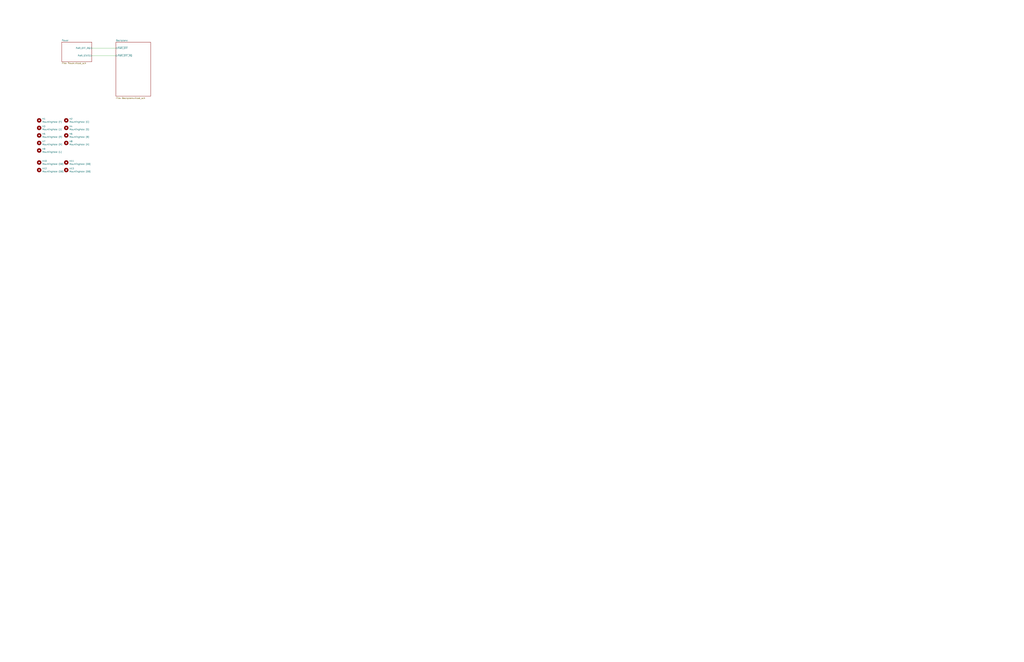
<source format=kicad_sch>
(kicad_sch (version 20250114) (generator "eeschema") (generator_version "9.0")
  (paper "D")
  (lib_symbols
    (symbol "Mechanical:MountingHole" (pin_names (offset 1.016)) (in_bom no)
      (property "Reference" "H" (at 0 5.08 0))
      (property "Value" "MountingHole" (at 0 3.175 0))
      (symbol "MountingHole_0_1"
        (circle (center 0 0) (radius 1.27) (stroke (width 1.27)))
      )
    )
  )
  (wire (pts (xy 77.47 40.64) (xy 97.79 40.64)))
  (wire (pts (xy 77.47 46.99) (xy 97.79 46.99)))
  (symbol (lib_id "Mechanical:MountingHole") (at 55.88 143.51 0) (unit 1) (in_bom no)
    (property "Reference" "H13" (at 58.42 142.2399 0) (effects (justify left)))
    (property "Value" "MountingHole (DB)" (at 58.42 144.7799 0) (effects (justify left)))
    (property "Footprint" "MountingHole:MountingHole_3.2mm_M3_Pad_Via" (effects (hide yes)))
    (property "Description" "Mounting Hole without connection" (effects (hide yes)))
  )
  (symbol (lib_id "Mechanical:MountingHole") (at 33.02 127 0) (unit 1) (in_bom no)
    (property "Reference" "H9" (at 35.56 125.7299 0) (effects (justify left)))
    (property "Value" "MountingHole (L)" (at 35.56 128.2699 0) (effects (justify left)))
    (property "Footprint" "MountingHole:MountingHole_3.2mm_M3_Pad_Via" (effects (hide yes)))
    (property "Description" "Mounting Hole without connection" (effects (hide yes)))
  )
  (symbol (lib_id "Mechanical:MountingHole") (at 33.02 107.95 0) (unit 1) (in_bom no)
    (property "Reference" "H3" (at 35.56 106.6799 0) (effects (justify left)))
    (property "Value" "MountingHole (J)" (at 35.56 109.2199 0) (effects (justify left)))
    (property "Footprint" "MountingHole:MountingHole_3.2mm_M3_Pad_Via" (effects (hide yes)))
    (property "Description" "Mounting Hole without connection" (effects (hide yes)))
  )
  (symbol (lib_id "Mechanical:MountingHole") (at 33.02 137.16 0) (unit 1) (in_bom no)
    (property "Reference" "H10" (at 35.56 135.8899 0) (effects (justify left)))
    (property "Value" "MountingHole (DB)" (at 35.56 138.4299 0) (effects (justify left)))
    (property "Footprint" "MountingHole:MountingHole_3.2mm_M3_Pad_Via" (effects (hide yes)))
    (property "Description" "Mounting Hole without connection" (effects (hide yes)))
  )
  (symbol (lib_id "Mechanical:MountingHole") (at 33.02 114.3 0) (unit 1) (in_bom no)
    (property "Reference" "H5" (at 35.56 113.0299 0) (effects (justify left)))
    (property "Value" "MountingHole (R)" (at 35.56 115.5699 0) (effects (justify left)))
    (property "Footprint" "MountingHole:MountingHole_3.2mm_M3_Pad_Via" (effects (hide yes)))
    (property "Description" "Mounting Hole without connection" (effects (hide yes)))
  )
  (symbol (lib_id "Mechanical:MountingHole") (at 55.88 107.95 0) (unit 1) (in_bom no)
    (property "Reference" "H4" (at 58.42 106.6799 0) (effects (justify left)))
    (property "Value" "MountingHole (S)" (at 58.42 109.2199 0) (effects (justify left)))
    (property "Footprint" "MountingHole:MountingHole_3.2mm_M3_Pad_Via" (effects (hide yes)))
    (property "Description" "Mounting Hole without connection" (effects (hide yes)))
  )
  (symbol (lib_id "Mechanical:MountingHole") (at 55.88 137.16 0) (unit 1) (in_bom no)
    (property "Reference" "H11" (at 58.42 135.8899 0) (effects (justify left)))
    (property "Value" "MountingHole (DB)" (at 58.42 138.4299 0) (effects (justify left)))
    (property "Footprint" "MountingHole:MountingHole_3.2mm_M3_Pad_Via" (effects (hide yes)))
    (property "Description" "Mounting Hole without connection" (effects (hide yes)))
  )
  (symbol (lib_id "Mechanical:MountingHole") (at 55.88 101.6 0) (unit 1) (in_bom no)
    (property "Reference" "H2" (at 58.42 100.3299 0) (effects (justify left)))
    (property "Value" "MountingHole (C)" (at 58.42 102.8699 0) (effects (justify left)))
    (property "Footprint" "MountingHole:MountingHole_3.2mm_M3_Pad_Via" (effects (hide yes)))
    (property "Description" "Mounting Hole without connection" (effects (hide yes)))
  )
  (symbol (lib_id "Mechanical:MountingHole") (at 33.02 120.65 0) (unit 1) (in_bom no)
    (property "Reference" "H7" (at 35.56 119.3799 0) (effects (justify left)))
    (property "Value" "MountingHole (M)" (at 35.56 121.9199 0) (effects (justify left)))
    (property "Footprint" "MountingHole:MountingHole_3.2mm_M3_Pad_Via" (effects (hide yes)))
    (property "Description" "Mounting Hole without connection" (effects (hide yes)))
  )
  (symbol (lib_id "Mechanical:MountingHole") (at 55.88 120.65 0) (unit 1) (in_bom no)
    (property "Reference" "H8" (at 58.42 119.3799 0) (effects (justify left)))
    (property "Value" "MountingHole (H)" (at 58.42 121.9199 0) (effects (justify left)))
    (property "Footprint" "MountingHole:MountingHole_3.2mm_M3_Pad_Via" (effects (hide yes)))
    (property "Description" "Mounting Hole without connection" (effects (hide yes)))
  )
  (symbol (lib_id "Mechanical:MountingHole") (at 55.88 114.3 0) (unit 1) (in_bom no)
    (property "Reference" "H6" (at 58.42 113.0299 0) (effects (justify left)))
    (property "Value" "MountingHole (B)" (at 58.42 115.5699 0) (effects (justify left)))
    (property "Footprint" "MountingHole:MountingHole_3.2mm_M3_Pad_Via" (effects (hide yes)))
    (property "Description" "Mounting Hole without connection" (effects (hide yes)))
  )
  (symbol (lib_id "Mechanical:MountingHole") (at 33.02 101.6 0) (unit 1) (in_bom no)
    (property "Reference" "H1" (at 35.56 100.3299 0) (effects (justify left)))
    (property "Value" "MountingHole (F)" (at 35.56 102.8699 0) (effects (justify left)))
    (property "Footprint" "MountingHole:MountingHole_3.2mm_M3_Pad_Via" (effects (hide yes)))
    (property "Description" "Mounting Hole without connection" (effects (hide yes)))
  )
  (symbol (lib_id "Mechanical:MountingHole") (at 33.02 143.51 0) (unit 1) (in_bom no)
    (property "Reference" "H12" (at 35.56 142.2399 0) (effects (justify left)))
    (property "Value" "MountingHole (DB)" (at 35.56 144.7799 0) (effects (justify left)))
    (property "Footprint" "MountingHole:MountingHole_3.2mm_M3_Pad_Via" (effects (hide yes)))
    (property "Description" "Mounting Hole without connection" (effects (hide yes)))
  )
  (sheet (at 52.07 35.56) (size 25.4 16.51) (stroke (width 0.1524))
    (property "Sheetname" "Power" (at 52.07 34.8484 0) (effects (justify left bottom)))
    (property "Sheetfile" "Power.kicad_sch" (at 52.07 52.6546 0) (effects (justify left top)))
    (pin "PWR_OFF_RQ" input (at 77.47 40.64 0))
    (pin "PWR_STATE" output (at 77.47 46.99 0))
  )
  (sheet (at 97.79 35.56) (size 29.21 45.72) (stroke (width 0.1524))
    (property "Sheetname" "Backplane" (at 97.79 34.8484 0) (effects (justify left bottom)))
    (property "Sheetfile" "Backplane.kicad_sch" (at 97.79 82.1186 0) (effects (justify left top)))
    (pin "~{PWR_OFF_RQ}" input (at 97.79 46.99 180))
    (pin "~{PWR_OFF}" output (at 97.79 40.64 180))
  )
)
</source>
